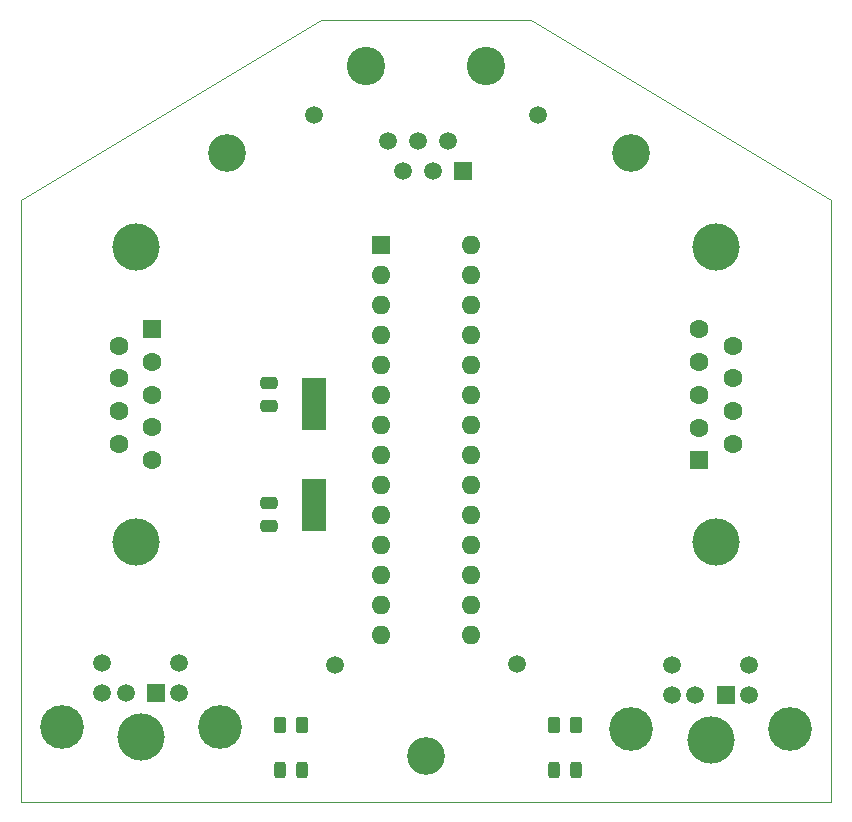
<source format=gbr>
%TF.GenerationSoftware,KiCad,Pcbnew,(6.0.4)*%
%TF.CreationDate,2022-06-08T19:20:38+01:00*%
%TF.ProjectId,Eiffel - Rev B,45696666-656c-4202-9d20-52657620422e,rev?*%
%TF.SameCoordinates,Original*%
%TF.FileFunction,Soldermask,Top*%
%TF.FilePolarity,Negative*%
%FSLAX46Y46*%
G04 Gerber Fmt 4.6, Leading zero omitted, Abs format (unit mm)*
G04 Created by KiCad (PCBNEW (6.0.4)) date 2022-06-08 19:20:38*
%MOMM*%
%LPD*%
G01*
G04 APERTURE LIST*
G04 Aperture macros list*
%AMRoundRect*
0 Rectangle with rounded corners*
0 $1 Rounding radius*
0 $2 $3 $4 $5 $6 $7 $8 $9 X,Y pos of 4 corners*
0 Add a 4 corners polygon primitive as box body*
4,1,4,$2,$3,$4,$5,$6,$7,$8,$9,$2,$3,0*
0 Add four circle primitives for the rounded corners*
1,1,$1+$1,$2,$3*
1,1,$1+$1,$4,$5*
1,1,$1+$1,$6,$7*
1,1,$1+$1,$8,$9*
0 Add four rect primitives between the rounded corners*
20,1,$1+$1,$2,$3,$4,$5,0*
20,1,$1+$1,$4,$5,$6,$7,0*
20,1,$1+$1,$6,$7,$8,$9,0*
20,1,$1+$1,$8,$9,$2,$3,0*%
G04 Aperture macros list end*
%TA.AperFunction,Profile*%
%ADD10C,0.100000*%
%TD*%
%ADD11R,1.600000X1.600000*%
%ADD12O,1.600000X1.600000*%
%ADD13RoundRect,0.250000X0.475000X-0.250000X0.475000X0.250000X-0.475000X0.250000X-0.475000X-0.250000X0*%
%ADD14C,3.250000*%
%ADD15R,1.520000X1.520000*%
%ADD16C,1.520000*%
%ADD17C,1.500000*%
%ADD18R,1.500000X1.500000*%
%ADD19C,3.700000*%
%ADD20C,4.000000*%
%ADD21C,3.200000*%
%ADD22RoundRect,0.250000X-0.262500X-0.450000X0.262500X-0.450000X0.262500X0.450000X-0.262500X0.450000X0*%
%ADD23R,2.000000X4.500000*%
%ADD24RoundRect,0.243750X-0.243750X-0.456250X0.243750X-0.456250X0.243750X0.456250X-0.243750X0.456250X0*%
%ADD25C,1.600000*%
G04 APERTURE END LIST*
D10*
X71120000Y-85090000D02*
X96520000Y-69850000D01*
X139700000Y-136070000D02*
X139700000Y-85090000D01*
X71120000Y-85090000D02*
X71120000Y-136070000D01*
X71120000Y-136070000D02*
X138430000Y-136070000D01*
X114300000Y-69850000D02*
X139700000Y-85090000D01*
X138430000Y-136070000D02*
X139700000Y-136070000D01*
X96520000Y-69850000D02*
X114300000Y-69850000D01*
D11*
%TO.C,U1*%
X101610000Y-88885000D03*
D12*
X101610000Y-91425000D03*
X101610000Y-93965000D03*
X101610000Y-96505000D03*
X101610000Y-99045000D03*
X101610000Y-101585000D03*
X101610000Y-104125000D03*
X101610000Y-106665000D03*
X101610000Y-109205000D03*
X101610000Y-111745000D03*
X101610000Y-114285000D03*
X101610000Y-116825000D03*
X101610000Y-119365000D03*
X101610000Y-121905000D03*
X109230000Y-121905000D03*
X109230000Y-119365000D03*
X109230000Y-116825000D03*
X109230000Y-114285000D03*
X109230000Y-111745000D03*
X109230000Y-109205000D03*
X109230000Y-106665000D03*
X109230000Y-104125000D03*
X109230000Y-101585000D03*
X109230000Y-99045000D03*
X109230000Y-96505000D03*
X109230000Y-93965000D03*
X109230000Y-91425000D03*
X109230000Y-88885000D03*
%TD*%
D13*
%TO.C,C1*%
X92110000Y-112710000D03*
X92110000Y-110810000D03*
%TD*%
D14*
%TO.C,ATARI MEGA/TT*%
X110490000Y-73810000D03*
X100330000Y-73810000D03*
D15*
X108580000Y-82700000D03*
D16*
X107310000Y-80160000D03*
X106040000Y-82700000D03*
X104770000Y-80160000D03*
X103500000Y-82700000D03*
X102230000Y-80160000D03*
%TD*%
D17*
%TO.C,REF\u002A\u002A*%
X95968239Y-77883119D03*
X95968239Y-77883119D03*
%TD*%
D18*
%TO.C,MSE*%
X82580000Y-126820000D03*
D17*
X79980000Y-126820000D03*
X84530000Y-126820000D03*
X78030000Y-126820000D03*
X84530000Y-124320000D03*
X78030000Y-124320000D03*
D19*
X87980000Y-129720000D03*
D20*
X81280000Y-130620000D03*
D19*
X74580000Y-129720000D03*
%TD*%
D17*
%TO.C,REF\u002A\u002A*%
X114900000Y-77900000D03*
%TD*%
D21*
%TO.C,REF\u002A\u002A*%
X105384600Y-132232400D03*
%TD*%
D22*
%TO.C,R2*%
X116260000Y-129540000D03*
X118085000Y-129540000D03*
%TD*%
D17*
%TO.C,REF\u002A\u002A*%
X113100000Y-124400000D03*
X113100000Y-124400000D03*
%TD*%
D21*
%TO.C,REF\u002A\u002A*%
X122758200Y-81102200D03*
%TD*%
D23*
%TO.C,Y1*%
X95920000Y-110930000D03*
X95920000Y-102430000D03*
%TD*%
D24*
%TO.C,D1*%
X93042500Y-133350000D03*
X94917500Y-133350000D03*
%TD*%
D20*
%TO.C,Joystick*%
X80840300Y-89090000D03*
X80840300Y-114090000D03*
D11*
X82260300Y-96050000D03*
D25*
X82260300Y-98820000D03*
X82260300Y-101590000D03*
X82260300Y-104360000D03*
X82260300Y-107130000D03*
X79420300Y-97435000D03*
X79420300Y-100205000D03*
X79420300Y-102975000D03*
X79420300Y-105745000D03*
%TD*%
D24*
%TO.C,D2*%
X116235000Y-133350000D03*
X118110000Y-133350000D03*
%TD*%
D22*
%TO.C,R1*%
X93067500Y-129540000D03*
X94892500Y-129540000D03*
%TD*%
D13*
%TO.C,C2*%
X92110000Y-102550000D03*
X92110000Y-100650000D03*
%TD*%
D17*
%TO.C,REF\u002A\u002A*%
X97750000Y-124450000D03*
X97750000Y-124450000D03*
%TD*%
D18*
%TO.C,KEY*%
X130810000Y-127000000D03*
D17*
X128210000Y-127000000D03*
X132760000Y-127000000D03*
X126260000Y-127000000D03*
X132760000Y-124500000D03*
X126260000Y-124500000D03*
D19*
X136210000Y-129900000D03*
D20*
X129510000Y-130800000D03*
D19*
X122810000Y-129900000D03*
%TD*%
D21*
%TO.C,REF\u002A\u002A*%
X88569800Y-81102200D03*
%TD*%
D20*
%TO.C,Joystick*%
X129979700Y-89110000D03*
X129979700Y-114110000D03*
D11*
X128559700Y-107150000D03*
D25*
X128559700Y-104380000D03*
X128559700Y-101610000D03*
X128559700Y-98840000D03*
X128559700Y-96070000D03*
X131399700Y-105765000D03*
X131399700Y-102995000D03*
X131399700Y-100225000D03*
X131399700Y-97455000D03*
%TD*%
M02*

</source>
